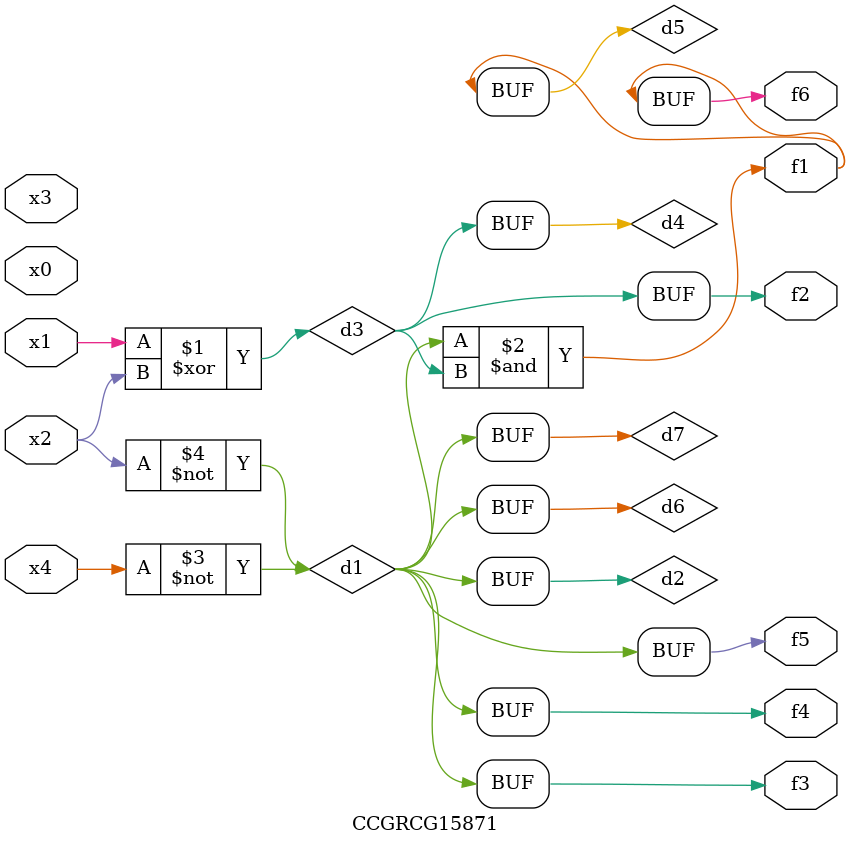
<source format=v>
module CCGRCG15871(
	input x0, x1, x2, x3, x4,
	output f1, f2, f3, f4, f5, f6
);

	wire d1, d2, d3, d4, d5, d6, d7;

	not (d1, x4);
	not (d2, x2);
	xor (d3, x1, x2);
	buf (d4, d3);
	and (d5, d1, d3);
	buf (d6, d1, d2);
	buf (d7, d2);
	assign f1 = d5;
	assign f2 = d4;
	assign f3 = d7;
	assign f4 = d7;
	assign f5 = d7;
	assign f6 = d5;
endmodule

</source>
